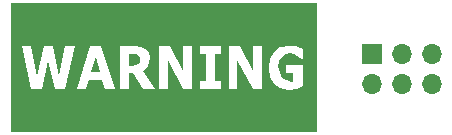
<source format=gts>
%TF.GenerationSoftware,KiCad,Pcbnew,(6.0.4-0)*%
%TF.CreationDate,2022-05-11T16:37:38-04:00*%
%TF.ProjectId,Master_Warning,4d617374-6572-45f5-9761-726e696e672e,v02*%
%TF.SameCoordinates,Original*%
%TF.FileFunction,Soldermask,Top*%
%TF.FilePolarity,Negative*%
%FSLAX46Y46*%
G04 Gerber Fmt 4.6, Leading zero omitted, Abs format (unit mm)*
G04 Created by KiCad (PCBNEW (6.0.4-0)) date 2022-05-11 16:37:38*
%MOMM*%
%LPD*%
G01*
G04 APERTURE LIST*
%ADD10R,1.700000X1.700000*%
%ADD11O,1.700000X1.700000*%
G04 APERTURE END LIST*
%TO.C,svg2mod*%
G36*
X205136006Y-86628925D02*
G01*
X204381012Y-86628925D01*
X204758250Y-85341148D01*
X205136006Y-86628925D01*
G37*
G36*
X208130137Y-85092593D02*
G01*
X208318240Y-85138586D01*
X208481022Y-85290515D01*
X208528562Y-85522025D01*
X208489290Y-85765420D01*
X208369915Y-85929751D01*
X208154942Y-86028453D01*
X207837132Y-86050149D01*
X207593736Y-86050149D01*
X207593736Y-85083282D01*
X207880539Y-85083280D01*
X208130137Y-85092593D01*
G37*
G36*
X197570058Y-80730061D02*
G01*
X223493025Y-80730061D01*
X223493025Y-91652908D01*
X197570058Y-91652908D01*
X197570058Y-84422340D01*
X198493517Y-84422340D01*
X199320856Y-88013336D01*
X200197804Y-88013336D01*
X200734723Y-85673943D01*
X201285594Y-88013336D01*
X202162544Y-88013336D01*
X203177986Y-88013336D01*
X203976388Y-88013336D01*
X204188777Y-87287283D01*
X205328242Y-87287283D01*
X205540631Y-88013336D01*
X206359704Y-88013336D01*
X206805670Y-88013336D01*
X207593736Y-88013336D01*
X207593736Y-86696621D01*
X207959089Y-86696621D01*
X208796762Y-88013336D01*
X209764664Y-88013336D01*
X210115546Y-88013336D01*
X210842116Y-88013336D01*
X210842116Y-85548370D01*
X212145914Y-88013336D01*
X212909692Y-88013336D01*
X213559781Y-88013336D01*
X215359154Y-88013336D01*
X216009243Y-88013336D01*
X216735297Y-88013336D01*
X216735297Y-85548370D01*
X218039611Y-88013336D01*
X218803389Y-88013336D01*
X218803389Y-86213963D01*
X219412137Y-86213963D01*
X219522912Y-86997206D01*
X219855520Y-87591141D01*
X220384313Y-87963641D01*
X221083351Y-88087750D01*
X221762380Y-87996284D01*
X222309118Y-87808181D01*
X222309118Y-86035629D01*
X220891634Y-86035629D01*
X220891634Y-86713108D01*
X221504515Y-86713108D01*
X221504515Y-87417458D01*
X221403229Y-87424681D01*
X221304011Y-87427327D01*
X220505609Y-87111065D01*
X220235343Y-86199493D01*
X220309757Y-85685831D01*
X220515944Y-85316859D01*
X220823419Y-85095167D01*
X221205308Y-85022822D01*
X221543789Y-85078115D01*
X221824393Y-85210923D01*
X222038849Y-85370088D01*
X222207830Y-85512198D01*
X222296714Y-85512198D01*
X222296714Y-84670905D01*
X221685900Y-84417691D01*
X221108158Y-84352577D01*
X220395688Y-84480994D01*
X219859653Y-84866242D01*
X219523946Y-85458711D01*
X219412137Y-86213963D01*
X218803389Y-86213963D01*
X218803389Y-84422340D01*
X218076816Y-84422340D01*
X218076816Y-86479581D01*
X216956473Y-84422340D01*
X216009243Y-84422340D01*
X216009243Y-88013336D01*
X215359154Y-88013336D01*
X215359154Y-87376683D01*
X214855308Y-87376683D01*
X214855308Y-85058996D01*
X215359154Y-85058996D01*
X215359154Y-84422340D01*
X213559781Y-84422340D01*
X213559781Y-85058996D01*
X214063108Y-85058996D01*
X214063108Y-87376683D01*
X213559781Y-87376683D01*
X213559781Y-88013336D01*
X212909692Y-88013336D01*
X212909692Y-84422340D01*
X212183120Y-84422340D01*
X212183120Y-86479581D01*
X211062776Y-84422340D01*
X210115546Y-84422340D01*
X210115546Y-88013336D01*
X209764664Y-88013336D01*
X208738887Y-86474411D01*
X209188989Y-86057383D01*
X209347636Y-85408844D01*
X209244797Y-84928771D01*
X208970398Y-84615094D01*
X208602976Y-84458514D01*
X208134272Y-84422340D01*
X206805670Y-84422340D01*
X206805670Y-88013336D01*
X206359704Y-88013336D01*
X205224887Y-84422340D01*
X204312800Y-84422340D01*
X203177986Y-88013336D01*
X202162544Y-88013336D01*
X202989883Y-84422340D01*
X202183214Y-84422340D01*
X201687636Y-86894024D01*
X201149169Y-84422340D01*
X200359036Y-84422340D01*
X199793696Y-86894024D01*
X199320856Y-84422340D01*
X198493517Y-84422340D01*
X197570058Y-84422340D01*
X197570058Y-80730061D01*
G37*
%TD*%
D10*
%TO.C,J1*%
X228131712Y-85078461D03*
D11*
X228131712Y-87618461D03*
X230671712Y-85078461D03*
X230671712Y-87618461D03*
X233211712Y-85078461D03*
X233211712Y-87618461D03*
%TD*%
M02*

</source>
